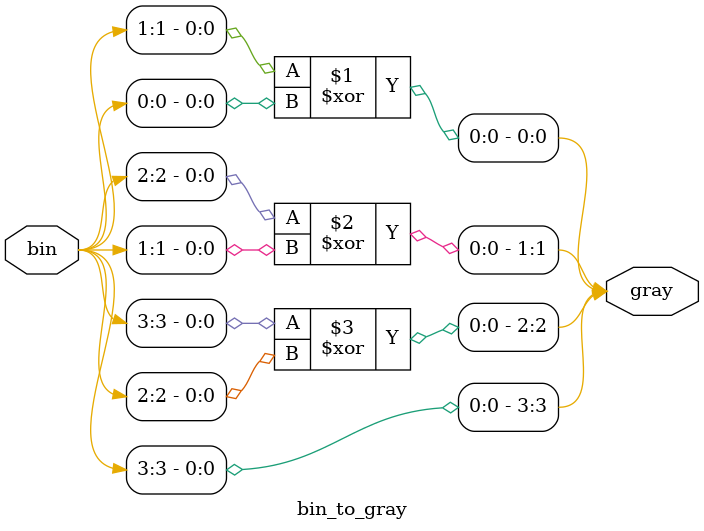
<source format=v>
module bin_to_gray(
	input [3:0]bin,
	output [3:0]gray);
	assign gray = {bin[3],bin[3]^bin[2],bin[2]^bin[1],bin[1]^bin[0]};
endmodule

</source>
